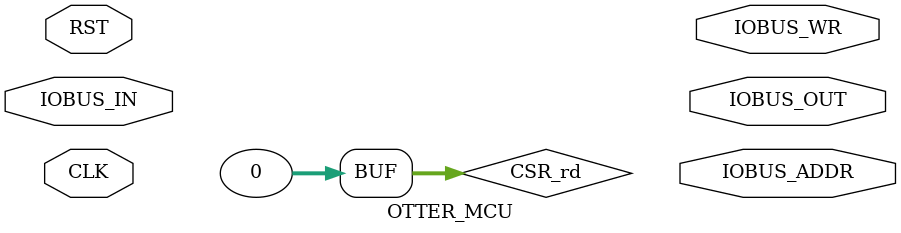
<source format=sv>

`timescale 1ns / 1ps


module OTTER_MCU(
    input CLK,
    input RST,
    input [31:0] IOBUS_IN,
    output logic IOBUS_WR,
    output [31:0] IOBUS_ADDR,
    output [31:0] IOBUS_OUT
);

logic rst;
logic [31:0] nextPC;
logic [31:0] PC_F;
logic [31:0] nextPC_F;

logic [2:0] PCsel;
logic PCoffset_sel;

logic [31:0] nextPC_D;
logic [31:0] PC_D;
logic [31:0] fwd_rs1data_D;
logic [31:0] fwd_rs2data_D;
logic [1:0] fwd1_D_sel;
logic [1:0] fwd2_D_sel;
logic [31:0] rs1data_D;
logic [31:0] rs2data_D;
logic [31:0] targetPC_D;
logic [31:0] isr_D;
logic [1:0] rd_sel_E;
logic MEMread2_D;
logic MEMwrite2_D;
logic [31:0] imm_D;
logic ALUsrc1sel_D;
logic ALUsrc2sel_D;
logic [3:0] ALUfunct_D;
logic [1:0] rd_sel_D;


logic [31:0] PC_E;
logic [31:0] nextPC_E;
logic [31:0] targetPC_E;
logic [31:0] rs1data_E;
logic [31:0] rs2data_E;
logic RDwrite_E;
logic MEMread2_E;
logic MEMwrite2_E;
logic [31:0] ALUresult_E;
logic [3:0] ALUfunct_E;
logic ALUsrc1sel_E;
logic ALUsrc2sel_E;
logic [31:0] ALUsrc1_E;
logic [31:0] ALUsrc2_E;
logic [31:0] fwd_rs1data_E;
logic [31:0] fwd_rs2data_E;
logic fwd1_E_sel;
logic fwd2_E_sel;
logic [31:0] isr_E;
logic [31:0] imm_E;

logic [31:0] nextPC_M;
logic [31:0] ALUresult_M;
logic [31:0] rs2data_M;
logic [31:0] isr_M;
logic [31:0] ir_M;
logic RDwrite_M;
logic MEMread2_M;
logic MEMwrite2_M;
logic [31:0] MEM_DOUT_2_M;
logic [31:0] rd_data_M;
logic [1:0] rd_sel_M;


logic take_branch;
logic flush;
logic stall;
logic jump_flag;
logic [2:0] immSel;
logic [31:0] red_data;
logic [31:0] CSR_rd = 32'b0;


PC OTTER_PC(
    .RST(RST),
    .CLK(CLK),
    .PC_IN(nextPC_F),
    .PC_WE(1'b1),
    .PC_OUT(nextPC)
);

/*BP OTTER_BRANCH_PREDICTOR(
    .CLK(CLK),
    .RST(rst),
    .TARGET_PC(),
    .NEXT_PC(),
    .PC(),
    .FWD_RS1_DATA(),
    .FWD_RS2_DATA(),
    .TAKE_BRANCH(),
    .FLUSH(),
    .STALL(),
    .D_OP(),
    .D_FUNC3(),
    .PC_SEL()
);*/

MUX8T1 FETCH_MUX(
    .SEL(PCsel),
    .D0(nextPC),
    .D1(targetPC_D),
    .D2(PC_D),
    .D3(nextPC_E),
    .D4(targetPC_E),
    .D5(),
    .D6(),
    .D7(),
    .DOUT(PC_F)
);

// nextPC_F = PC_F + 4; goes into Pipeline REG
// PC_F goes into Pipeline REG

MEM OTTER_MEM(
    .CLK(CLK),
    .ADDR2(ALUresult_M),
    .DIN2(rs2data_M),
    .ADDR1(PC_F[15:2]),
    .RDEN1(1'b1),
    .RDEN2(MEMread2_E),
    .WE2(MEMwrite2_M),
    .SIZE(isr_M[13:12]),
    .SIGN(ir_M[14]),
    .IO_IN(IOBUS_IN),
    .DOUT2(MEM_DOUT2_M),
    .DOUT1(isr_D)
);

REG_FILE OTTER_RF (
    .clk(CLK),
    .en(RDwrite_M),
    .adr1(isr_D[19:15]),
    .adr2(isr_D[24:20]),
    .wd(reg_data),
    .wa(isr_M[11:7]),
    .rs1(rs1data_D),
    .rs2(rs2data_D)
);

CONTROL_UNIT OTTER_CU(
    .opcode(isr_D[6:0]),
    .funct3(isr_D[14:12]),
    .func7(isr_D[30]),
    .ALUsrc1sel(ALUsrc1sel_D),
    .ALUsrc2sel(ALUsrc2sel_D),
    .ALUfunct(ALUfunct_D),
    .MEMread2(MEMread2_D),
    .RDwrite(RDwrite_D),
    .rd_sel(rd_sel_D),
    .jump_flag(jump_flag),
    .imm_sel(immSel)
);

IG OTTER_IG(
    .IMM_IN(isr_D),
    .IMM_SEL(immSel),
    .IMM_OUT(imm_D)
);

MUX4T1 FWDMUX1_D(
    .SEL(fwd1_D_sel),
    .D0(rs1data_D),
    .D1(ALUresult_E),
    .D2(rd_data_M),
    .D3(),
    .DOUT(fwd_rs1data_D)
);

MUX4T1 FWDMUX2_D(
    .SEL(fwd2_D_sel),
    .D0(rs2data_D),
    .D1(ALUresult_E),
    .D2(rd_data_M),
    .D3(),
    .DOUT(fwd_rs2data_D)
);
/*
TP OTTER_TG(
    .PC_OFFSET_SEL(),
    .IMM(),
    .PC(PC_D),
    .FWD_RS1(fwd_rs1data_D),
    .TARGET_PC(targetPC_D)
); */

MUX2T1 FWDMUX1_E1(
    .SEL(fwd1_D_sel),
    .D0(rs1data_E),
    .D1(rd_data_M),
    .DOUT(fwd_rs1data_E)
);

MUX2T1 FWDMUX2_E1(
    .SEL(fwd2_D_sel),
    .D0(rs2data_E),
    .D1(rd_data_M),
    .DOUT(fwd_rs2data_E)
);

MUX2T1 FWDMUX1_E2(
    .SEL(ALUsrc1sel_E),
    .D0(fwd_rs1data_E),
    .D1(PC_E),
    .DOUT(ALUsrc1_E)
);

MUX2T1 FWDMUX2_E2(
    .SEL(ALUsrc2sel_E),
    .D0(fwd_rs2data_E),
    .D1(imm_E),
    .DOUT(ALUsrc2_E)
);

ALU OTTER_ALU(
    .SRC_A(ALUsrc1_E),
    .SRC_B(ALUsrc2_E),
    .ALU_CTRL(ALUfunct_E),
    .RESULT(ALUresult_E),
    .ZERO()
);

BCG OTTER_BCG(
    .RS1_E(fwd_rs1data_E),
    .RS2_E(fwd_rs2data_E),
    .IR_E(isr_E),
    .TAKE_BRANCH(take_branch)
);


MUX4T1 WB_MUX(
    .SEL(rd_sel_M),
    .D0(nextPC_M),
    .D1(CSR_rd),
    .D2(MEM_DOUT2_M),
    .D3(ALUresult_M),
    .DOUT(reg_data)
);

HDU OTTER_HDU(
    .TAKE_BRANCH(take_branch),
    .PC_D(PC_D),
    .ISR_D(isr_D),
    .ISR_E(),
    .NEXT_PC_E(),
    .TARGET_PC_E(),
    .RD_WRITE_E(),
    .FWD1_SEL_D(fwd1_D_sel),
    .FWD2_SEL_D(fwd2_D_sel),
    .FWD1_SEL_E(fwd1_E_sel),
    .FWD2_SEL_E(fwd2_E_sel),
    .ISR_M(isr_M),
    .RD_WRITE_M(RDwrite_M),
    .FLUSH(),
    .STALL()
);

always_ff@(posedge CLK) begin
    nextPC_D <= nextPC_F;
    PC_D <= PC_F;
    
    nextPC_E <= nextPC_D;
    PC_E <= PC_D;
    rs1data_E <= fwd_rs1data_D;
    rs2data_E <= fwd_rs2data_D;
    
    ALUsrc1sel_E <= ALUsrc1sel_D;
    ALUsrc2sel_E <= ALUsrc2sel_D;
    ALUfunct_E <= ALUfunct_D;
    MEMread2_E <= MEMread2_D;
    MEMwrite2_E <= MEMwrite2_D;
    RDwrite_E <= RDwrite_D;
    rd_sel_E <= rd_sel_D;
    targetPC_E <= targetPC_D;
    imm_E <= imm_D;
    isr_E <= isr_D;
    
    nextPC_M <= nextPC_E;
    ALUresult_M <= ALUresult_E;
    rs2data_M <= rs2data_E;
    MEMread2_M <= MEMread2_E;
    MEMwrite2_M <= MEMwrite2_E;
    RDwrite_M <= RDwrite_E;
    rd_sel_M <= rd_sel_E;
    isr_M <= isr_E;
    
end
endmodule

</source>
